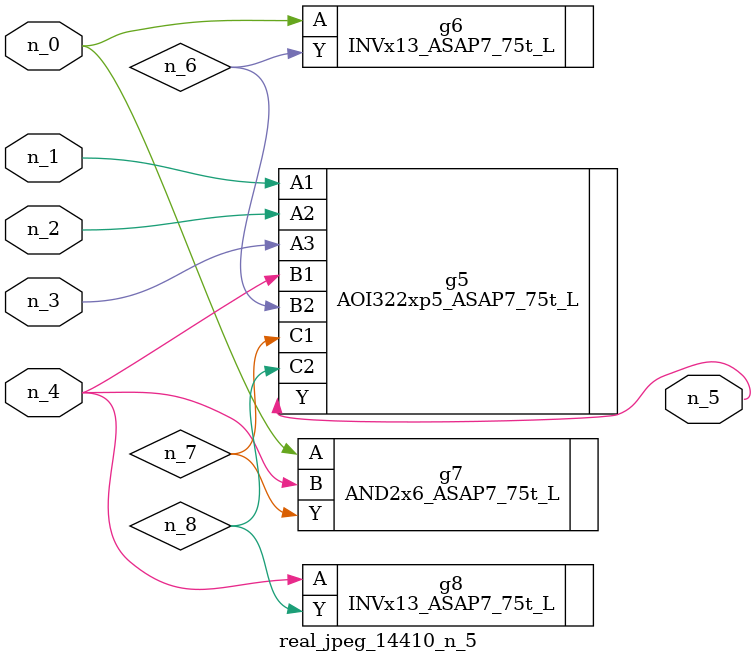
<source format=v>
module real_jpeg_14410_n_5 (n_4, n_0, n_1, n_2, n_3, n_5);

input n_4;
input n_0;
input n_1;
input n_2;
input n_3;

output n_5;

wire n_8;
wire n_6;
wire n_7;

INVx13_ASAP7_75t_L g6 ( 
.A(n_0),
.Y(n_6)
);

AND2x6_ASAP7_75t_L g7 ( 
.A(n_0),
.B(n_4),
.Y(n_7)
);

AOI322xp5_ASAP7_75t_L g5 ( 
.A1(n_1),
.A2(n_2),
.A3(n_3),
.B1(n_4),
.B2(n_6),
.C1(n_7),
.C2(n_8),
.Y(n_5)
);

INVx13_ASAP7_75t_L g8 ( 
.A(n_4),
.Y(n_8)
);


endmodule
</source>
